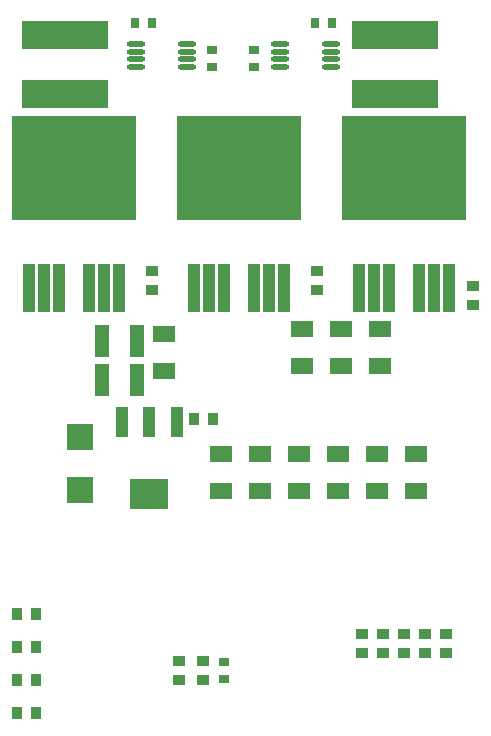
<source format=gbp>
G04 Layer_Color=128*
%FSAX24Y24*%
%MOIN*%
G70*
G01*
G75*
%ADD13R,0.0394X0.0354*%
%ADD21R,0.0354X0.0394*%
%ADD23R,0.4173X0.3465*%
%ADD24R,0.0413X0.1634*%
%ADD25R,0.0354X0.0276*%
%ADD35R,0.2906X0.0961*%
%ADD36R,0.0748X0.0532*%
%ADD37R,0.0906X0.0906*%
%ADD38R,0.0394X0.0984*%
%ADD39R,0.1299X0.0984*%
%ADD40R,0.0453X0.1063*%
%ADD41R,0.0276X0.0354*%
%ADD42O,0.0630X0.0177*%
D13*
X067100Y018885D02*
D03*
Y019515D02*
D03*
X066400Y018885D02*
D03*
Y019515D02*
D03*
X065700Y018885D02*
D03*
Y019515D02*
D03*
X065000Y018885D02*
D03*
Y019515D02*
D03*
X064300Y018885D02*
D03*
Y019515D02*
D03*
X059000Y017985D02*
D03*
Y018615D02*
D03*
X058200Y017985D02*
D03*
Y018615D02*
D03*
X062800Y031615D02*
D03*
Y030985D02*
D03*
X057300Y031615D02*
D03*
Y030985D02*
D03*
X068000Y031115D02*
D03*
Y030485D02*
D03*
D21*
X059315Y026700D02*
D03*
X058685D02*
D03*
X053415Y016900D02*
D03*
X052785D02*
D03*
X053415Y018000D02*
D03*
X052785D02*
D03*
X053415Y019100D02*
D03*
X052785D02*
D03*
X053415Y020200D02*
D03*
X052785D02*
D03*
D23*
X054700Y035055D02*
D03*
X065700D02*
D03*
X060200D02*
D03*
D24*
X053200Y031039D02*
D03*
X053700D02*
D03*
X054200D02*
D03*
X055200D02*
D03*
X055700D02*
D03*
X056200D02*
D03*
X064200D02*
D03*
X064700D02*
D03*
X065200D02*
D03*
X066200D02*
D03*
X066700D02*
D03*
X067200D02*
D03*
X058700D02*
D03*
X059200D02*
D03*
X059700D02*
D03*
X060700D02*
D03*
X061200D02*
D03*
X061700D02*
D03*
D25*
X059700Y018576D02*
D03*
Y018024D02*
D03*
X060700Y038424D02*
D03*
Y038976D02*
D03*
X059300Y038424D02*
D03*
Y038976D02*
D03*
D35*
X054400Y037524D02*
D03*
Y039476D02*
D03*
X065400Y037524D02*
D03*
Y039476D02*
D03*
D36*
X066100Y025530D02*
D03*
Y024270D02*
D03*
X064800Y025530D02*
D03*
Y024270D02*
D03*
X063500Y025530D02*
D03*
Y024270D02*
D03*
X062200Y025530D02*
D03*
Y024270D02*
D03*
X060900Y025530D02*
D03*
Y024270D02*
D03*
X059600Y025530D02*
D03*
Y024270D02*
D03*
X064900Y028440D02*
D03*
Y029700D02*
D03*
X063600Y028440D02*
D03*
Y029700D02*
D03*
X062300Y028440D02*
D03*
Y029700D02*
D03*
X057700Y029530D02*
D03*
Y028270D02*
D03*
D37*
X054900Y026086D02*
D03*
Y024314D02*
D03*
D38*
X056294Y026601D02*
D03*
X057200D02*
D03*
X058106D02*
D03*
D39*
X057200Y024199D02*
D03*
D40*
X056791Y028000D02*
D03*
X055609D02*
D03*
X056791Y029300D02*
D03*
X055609D02*
D03*
D41*
X062724Y039900D02*
D03*
X063276D02*
D03*
X057276Y039900D02*
D03*
X056724D02*
D03*
D42*
X061554Y038416D02*
D03*
Y038672D02*
D03*
Y038928D02*
D03*
Y039184D02*
D03*
X063246Y038416D02*
D03*
Y038672D02*
D03*
Y038928D02*
D03*
Y039184D02*
D03*
X058446Y039184D02*
D03*
Y038928D02*
D03*
Y038672D02*
D03*
Y038416D02*
D03*
X056754Y039184D02*
D03*
Y038928D02*
D03*
Y038672D02*
D03*
Y038416D02*
D03*
M02*

</source>
